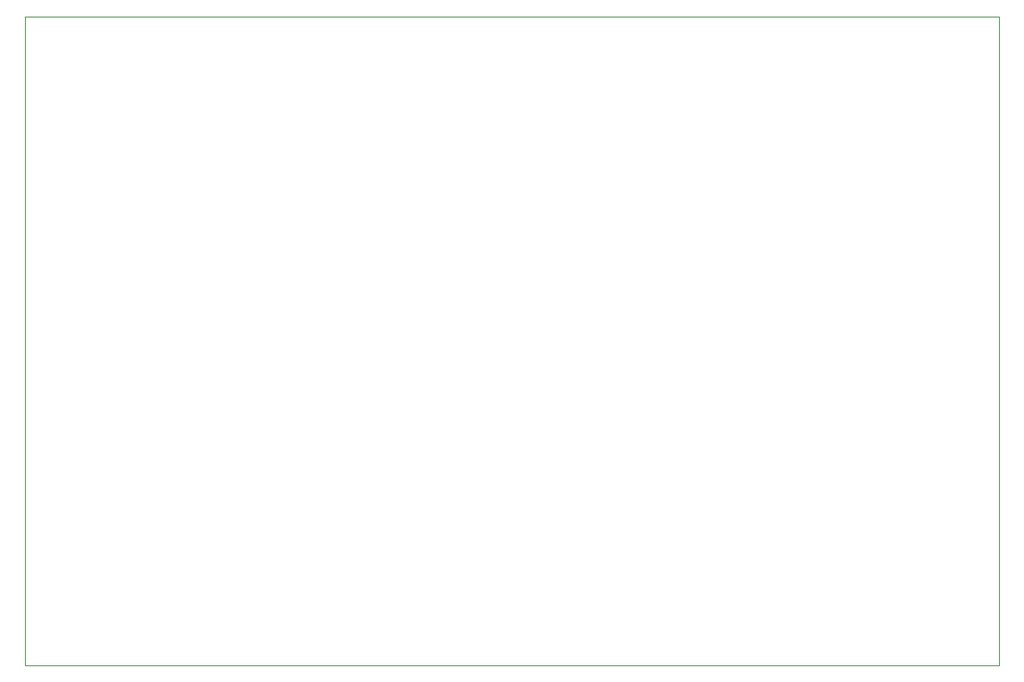
<source format=gm1>
G04 #@! TF.FileFunction,Profile,NP*
%FSLAX46Y46*%
G04 Gerber Fmt 4.6, Leading zero omitted, Abs format (unit mm)*
G04 Created by KiCad (PCBNEW 4.0.6) date 06/14/17 01:07:25*
%MOMM*%
%LPD*%
G01*
G04 APERTURE LIST*
%ADD10C,0.100000*%
G04 APERTURE END LIST*
D10*
X198120000Y-134620000D02*
X198120000Y-68580000D01*
X99060000Y-134620000D02*
X99060000Y-68580000D01*
X198120000Y-68580000D02*
X99060000Y-68580000D01*
X99060000Y-134620000D02*
X198120000Y-134620000D01*
M02*

</source>
